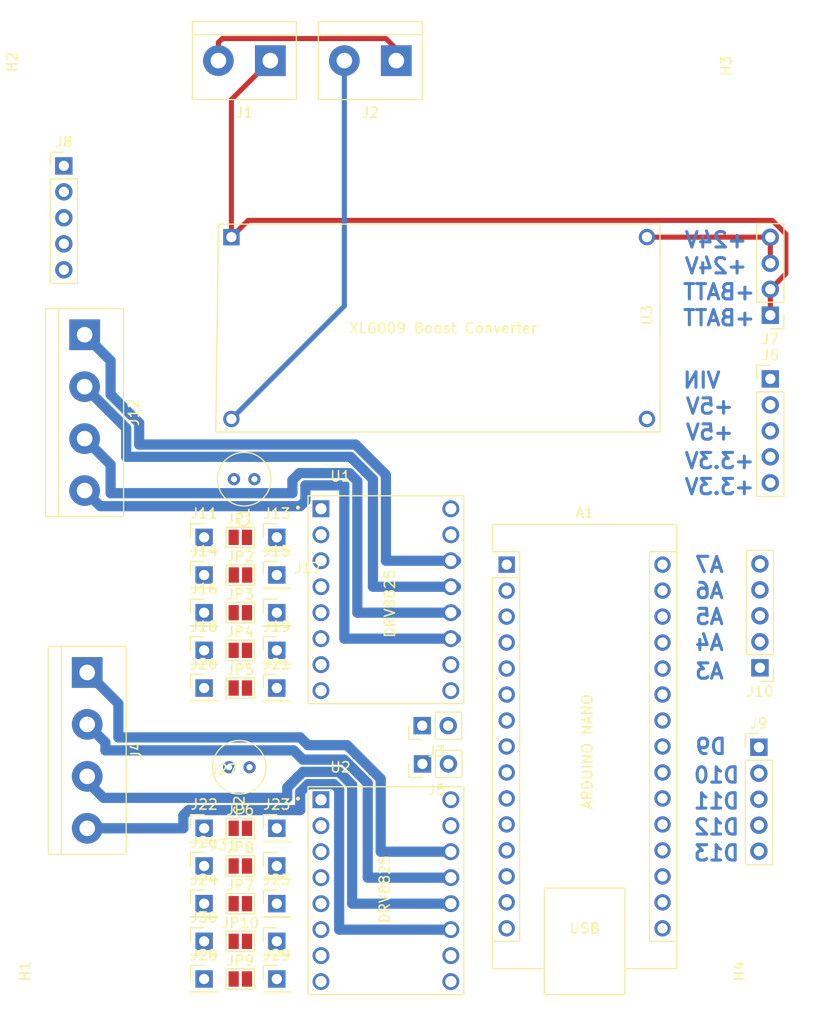
<source format=kicad_pcb>
(kicad_pcb (version 20221018) (generator pcbnew)
  (layers (0 "F.Cu" signal) (31 "B.Cu" signal) (34 "B.Paste" user) (35 "F.Paste" user) (36 "B.SilkS" user "B.Silkscreen") (37 "F.SilkS" user "F.Silkscreen") (38 "B.Mask" user) (39 "F.Mask" user) (44 "Edge.Cuts" user))
  (net 0 "")
  (net 1 "D1")
  (net 2 "D0")
  (net 4 "GND")
  (net 5 "D2")
  (net 6 "D3")
  (net 7 "D4")
  (net 8 "D5")
  (net 9 "D6")
  (net 10 "D7")
  (net 11 "D8")
  (net 12 "D9")
  (net 13 "D10")
  (net 14 "D11")
  (net 15 "D12")
  (net 16 "D13")
  (net 17 "+3.3V")
  (net 19 "A0")
  (net 20 "A1")
  (net 21 "A2")
  (net 22 "A3")
  (net 23 "A4")
  (net 24 "A5")
  (net 25 "A6")
  (net 26 "A7")
  (net 27 "+5V")
  (net 29 "VIN")
  (net 30 "+24V")
  (net 31 "GND2")
  (net 32 "+BATT")
  (net 33 "Net-(J1-Pin_2)")
  (net 34 "AX1_EN")
  (net 35 "AX1_FLT")
  (net 36 "AX2_B2")
  (net 37 "AX2_B1")
  (net 38 "AX2_A2")
  (net 39 "AX2_A1")
  (net 40 "AX2_EN")
  (net 41 "AX2_FLT")
  (net 42 "AX1_B2")
  (net 43 "AX1_B1")
  (net 44 "AX1_A2")
  (net 45 "AX1_A1")
  (net 46 "AX1_M0")
  (net 47 "AX1_M1")
  (net 48 "AX1_M2")
  (net 49 "AX1_STEP")
  (net 50 "AX1_DIR")
  (net 51 "AX2_M0")
  (net 52 "AX2_M2")
  (net 53 "AX2_M1")
  (net 54 "AX2_DIR")
  (net 55 "AX2_STEP")
  (footprint "TerminalBlock:TerminalBlock_bornier-2_P5.08mm" (layer "F.Cu") (at 111.252 30.353 180)
    (fp_text reference "J2" (at 2.54 -5.08) (layer "F.SilkS"))
    (fp_text value "Screw_Terminal_01x02")
    (pad "1" thru_hole rect (at 0 0 180) (size 3 3) (drill 1.52) (layers "*.Cu" "*.Mask") (net 33 "Net-(J1-Pin_2)"))
    (pad "2" thru_hole circle (at 5.08 0 180) (size 3 3) (drill 1.52) (layers "*.Cu" "*.Mask") (net 31 "GND2"))
  )
  (footprint "Connector_PinHeader_2.54mm:PinHeader_1x01_P2.54mm_Vertical" (layer "F.Cu") (at 92.456 109.093)
    (fp_text reference "J26" (at 0 -2.33) (layer "F.SilkS"))
    (fp_text value "Conn_01x01_Socket")
    (pad "1" thru_hole rect (at 0 0) (size 1.7 1.7) (drill 1) (layers "*.Cu" "*.Mask") (net 20 "A1"))
  )
  (footprint "Connector_PinHeader_2.54mm:PinHeader_1x05_P2.54mm_Vertical" (layer "F.Cu") (at 147.828 61.468)
    (fp_text reference "J6" (at 0 -2.33) (layer "F.SilkS"))
    (fp_text value "Conn_01x05_Pin")
    (pad "1" thru_hole rect (at 0 0) (size 1.7 1.7) (drill 1) (layers "*.Cu" "*.Mask") (net 29 "VIN"))
    (pad "2" thru_hole oval (at 0 2.54) (size 1.7 1.7) (drill 1) (layers "*.Cu" "*.Mask") (net 27 "+5V"))
    (pad "3" thru_hole oval (at 0 5.08) (size 1.7 1.7) (drill 1) (layers "*.Cu" "*.Mask") (net 27 "+5V"))
    (pad "4" thru_hole oval (at 0 7.62) (size 1.7 1.7) (drill 1) (layers "*.Cu" "*.Mask") (net 17 "+3.3V"))
    (pad "5" thru_hole oval (at 0 10.16) (size 1.7 1.7) (drill 1) (layers "*.Cu" "*.Mask") (net 17 "+3.3V"))
  )
  (footprint "MountingHole:MountingHole_3.2mm_M3_DIN965" (layer "F.Cu") (at 148.59 119.38 90)
    (fp_text reference "H4" (at 0 -3.8 90) (layer "F.SilkS"))
    (fp_text value "MountingHole")
    (pad "" np_thru_hole circle (at 0 0 90) (size 3.2 3.2) (drill 3.2) (layers "*.Cu" "*.Mask"))
  )
  (footprint "Connector_PinHeader_2.54mm:PinHeader_1x01_P2.54mm_Vertical" (layer "F.Cu") (at 99.568 116.459)
    (fp_text reference "J31" (at -5.195 -9.417) (layer "F.SilkS"))
    (fp_text value "Conn_01x01_Socket")
    (pad "1" thru_hole rect (at 0 0) (size 1.7 1.7) (drill 1) (layers "*.Cu" "*.Mask") (net 55 "AX2_STEP"))
  )
  (footprint "Capacitor_THT:C_Radial_D5.0mm_H5.0mm_P2.00mm" (layer "F.Cu") (at 97.377 71.2724 180)
    (fp_text reference "C1" (at 1 -3.75 90) (layer "F.SilkS"))
    (fp_text value "100uF")
    (pad "1" thru_hole circle (at 0 0 180) (size 1.2 1.2) (drill 0.6) (layers "*.Cu" "*.Mask") (net 30 "+24V"))
    (pad "2" thru_hole circle (at 2 0 180) (size 1.2 1.2) (drill 0.6) (layers "*.Cu" "*.Mask") (net 31 "GND2"))
  )
  (footprint "Jumper:SolderJumper-2_P1.3mm_Open_Pad1.0x1.5mm" (layer "F.Cu") (at 95.997 76.962)
    (fp_text reference "JP1" (at 0 -1.8) (layer "F.SilkS"))
    (fp_text value "SolderJumper_2_Open")
    (pad "1" smd rect (at -0.65 0) (size 1 1.5) (layers "F.Cu" "F.Mask") (net 19 "A0"))
    (pad "2" smd rect (at 0.65 0) (size 1 1.5) (layers "F.Cu" "F.Mask") (net 46 "AX1_M0"))
  )
  (footprint "Connector_PinHeader_2.54mm:PinHeader_1x01_P2.54mm_Vertical" (layer "F.Cu") (at 92.456 116.459)
    (fp_text reference "J30" (at 0 -2.33) (layer "F.SilkS"))
    (fp_text value "Conn_01x01_Socket")
    (pad "1" thru_hole rect (at 0 0) (size 1.7 1.7) (drill 1) (layers "*.Cu" "*.Mask") (net 8 "D5"))
  )
  (footprint "Jumper:SolderJumper-2_P1.3mm_Open_Pad1.0x1.5mm" (layer "F.Cu") (at 95.997 120.142)
    (fp_text reference "JP9" (at 0 -1.8) (layer "F.SilkS"))
    (fp_text value "SolderJumper_2_Open")
    (pad "1" smd rect (at -0.65 0) (size 1 1.5) (layers "F.Cu" "F.Mask") (net 7 "D4"))
    (pad "2" smd rect (at 0.65 0) (size 1 1.5) (layers "F.Cu" "F.Mask") (net 54 "AX2_DIR"))
  )
  (footprint "Connector_PinHeader_2.54mm:PinHeader_1x05_P2.54mm_Vertical" (layer "F.Cu") (at 78.74 40.64)
    (fp_text reference "J8" (at 0 -2.33) (layer "F.SilkS"))
    (fp_text value "Conn_01x05_Pin")
    (pad "1" thru_hole rect (at 0 0) (size 1.7 1.7) (drill 1) (layers "*.Cu" "*.Mask") (net 1 "D1"))
    (pad "2" thru_hole oval (at 0 2.54) (size 1.7 1.7) (drill 1) (layers "*.Cu" "*.Mask") (net 2 "D0"))
    (pad "3" thru_hole oval (at 0 5.08) (size 1.7 1.7) (drill 1) (layers "*.Cu" "*.Mask") (net 9 "D6"))
    (pad "4" thru_hole oval (at 0 7.62) (size 1.7 1.7) (drill 1) (layers "*.Cu" "*.Mask") (net 10 "D7"))
    (pad "5" thru_hole oval (at 0 10.16) (size 1.7 1.7) (drill 1) (layers "*.Cu" "*.Mask") (net 11 "D8"))
  )
  (footprint "Capacitor_THT:C_Radial_D5.0mm_H5.0mm_P2.00mm" (layer "F.Cu") (at 96.901 99.441 180)
    (fp_text reference "C2" (at 1 -3.75 90) (layer "F.SilkS"))
    (fp_text value "100uF")
    (pad "1" thru_hole circle (at 0 0 180) (size 1.2 1.2) (drill 0.6) (layers "*.Cu" "*.Mask") (net 32 "+BATT"))
    (pad "2" thru_hole circle (at 2 0 180) (size 1.2 1.2) (drill 0.6) (layers "*.Cu" "*.Mask") (net 31 "GND2"))
  )
  (footprint "Connector_PinHeader_2.54mm:PinHeader_1x01_P2.54mm_Vertical" (layer "F.Cu") (at 92.456 88.011)
    (fp_text reference "J18" (at 0 -2.33) (layer "F.SilkS"))
    (fp_text value "Conn_01x01_Socket")
    (pad "1" thru_hole rect (at 0 0) (size 1.7 1.7) (drill 1) (layers "*.Cu" "*.Mask") (net 6 "D3"))
  )
  (footprint "Connector_PinHeader_2.54mm:PinHeader_1x01_P2.54mm_Vertical" (layer "F.Cu") (at 99.568 112.776)
    (fp_text reference "J25" (at 0 -2.33) (layer "F.SilkS"))
    (fp_text value "Conn_01x01_Socket")
    (pad "1" thru_hole rect (at 0 0) (size 1.7 1.7) (drill 1) (layers "*.Cu" "*.Mask") (net 52 "AX2_M2"))
  )
  (footprint "Connector_PinHeader_2.54mm:PinHeader_1x01_P2.54mm_Vertical" (layer "F.Cu") (at 99.568 91.694)
    (fp_text reference "J21" (at 0 -2.33) (layer "F.SilkS"))
    (fp_text value "Conn_01x01_Socket")
    (pad "1" thru_hole rect (at 0 0) (size 1.7 1.7) (drill 1) (layers "*.Cu" "*.Mask") (net 50 "AX1_DIR"))
  )
  (footprint "Connector_PinHeader_2.54mm:PinHeader_1x01_P2.54mm_Vertical" (layer "F.Cu") (at 92.456 105.41)
    (fp_text reference "J22" (at 0 -2.33) (layer "F.SilkS"))
    (fp_text value "Conn_01x01_Socket")
    (pad "1" thru_hole rect (at 0 0) (size 1.7 1.7) (drill 1) (layers "*.Cu" "*.Mask") (net 19 "A0"))
  )
  (footprint "Jumper:SolderJumper-2_P1.3mm_Open_Pad1.0x1.5mm" (layer "F.Cu") (at 95.997 91.694)
    (fp_text reference "JP5" (at 0 -1.8) (layer "F.SilkS"))
    (fp_text value "SolderJumper_2_Open")
    (pad "1" smd rect (at -0.65 0) (size 1 1.5) (layers "F.Cu" "F.Mask") (net 5 "D2"))
    (pad "2" smd rect (at 0.65 0) (size 1 1.5) (layers "F.Cu" "F.Mask") (net 50 "AX1_DIR"))
  )
  (footprint "Connector_PinHeader_2.54mm:PinHeader_1x01_P2.54mm_Vertical" (layer "F.Cu") (at 99.568 76.962)
    (fp_text reference "J13" (at 0 -2.33) (layer "F.SilkS"))
    (fp_text value "Conn_01x01_Socket")
    (pad "1" thru_hole rect (at 0 0) (size 1.7 1.7) (drill 1) (layers "*.Cu" "*.Mask") (net 46 "AX1_M0"))
  )
  (footprint "Connector_PinHeader_2.54mm:PinHeader_1x01_P2.54mm_Vertical" (layer "F.Cu") (at 92.456 91.694)
    (fp_text reference "J20" (at 0 -2.33) (layer "F.SilkS"))
    (fp_text value "Conn_01x01_Socket")
    (pad "1" thru_hole rect (at 0 0) (size 1.7 1.7) (drill 1) (layers "*.Cu" "*.Mask") (net 5 "D2"))
  )
  (footprint "TerminalBlock:TerminalBlock_bornier-4_P5.08mm" (layer "F.Cu") (at 81.026 90.17 -90)
    (fp_text reference "J4" (at 7.6 -4.8 90) (layer "F.SilkS"))
    (fp_text value "Screw_Terminal_01x04")
    (pad "1" thru_hole rect (at 0 0 270) (size 3 3) (drill 1.52) (layers "*.Cu" "*.Mask") (net 36 "AX2_B2"))
    (pad "2" thru_hole circle (at 5.08 0 270) (size 3 3) (drill 1.52) (layers "*.Cu" "*.Mask") (net 37 "AX2_B1"))
    (pad "3" thru_hole circle (at 10.16 0 270) (size 3 3) (drill 1.52) (layers "*.Cu" "*.Mask") (net 39 "AX2_A1"))
    (pad "4" thru_hole circle (at 15.24 0 270) (size 3 3) (drill 1.52) (layers "*.Cu" "*.Mask") (net 38 "AX2_A2"))
  )
  (footprint "Connector_PinHeader_2.54mm:PinHeader_1x01_P2.54mm_Vertical" (layer "F.Cu") (at 99.568 88.011)
    (fp_text reference "J19" (at 0 -2.33) (layer "F.SilkS"))
    (fp_text value "Conn_01x01_Socket")
    (pad "1" thru_hole rect (at 0 0) (size 1.7 1.7) (drill 1) (layers "*.Cu" "*.Mask") (net 49 "AX1_STEP"))
  )
  (footprint "Jumper:SolderJumper-2_P1.3mm_Open_Pad1.0x1.5mm" (layer "F.Cu") (at 95.997 112.776)
    (fp_text reference "JP7" (at 0 -1.8) (layer "F.SilkS"))
    (fp_text value "SolderJumper_2_Open")
    (pad "1" smd rect (at -0.65 0) (size 1 1.5) (layers "F.Cu" "F.Mask") (net 21 "A2"))
    (pad "2" smd rect (at 0.65 0) (size 1 1.5) (layers "F.Cu" "F.Mask") (net 52 "AX2_M2"))
  )
  (footprint "Jumper:SolderJumper-2_P1.3mm_Open_Pad1.0x1.5mm" (layer "F.Cu") (at 95.997 84.328)
    (fp_text reference "JP3" (at 0 -1.8) (layer "F.SilkS"))
    (fp_text value "SolderJumper_2_Open")
    (pad "1" smd rect (at -0.65 0) (size 1 1.5) (layers "F.Cu" "F.Mask") (net 21 "A2"))
    (pad "2" smd rect (at 0.65 0) (size 1 1.5) (layers "F.Cu" "F.Mask") (net 48 "AX1_M2"))
  )
  (footprint "Connector_PinHeader_2.54mm:PinHeader_1x01_P2.54mm_Vertical" (layer "F.Cu") (at 92.456 76.962)
    (fp_text reference "J11" (at 0 -2.33) (layer "F.SilkS"))
    (fp_text value "Conn_01x01_Socket")
    (pad "1" thru_hole rect (at 0 0) (size 1.7 1.7) (drill 1) (layers "*.Cu" "*.Mask") (net 19 "A0"))
  )
  (footprint "Connector_PinHeader_2.54mm:PinHeader_1x02_P2.54mm_Vertical" (layer "F.Cu") (at 113.8074 99.1108 90)
    (fp_text reference "J5" (at -2.54 1.397 180) (layer "F.SilkS"))
    (fp_text value "Conn_01x02_Pin")
    (pad "1" thru_hole rect (at 0 0 90) (size 1.7 1.7) (drill 1) (layers "*.Cu" "*.Mask") (net 40 "AX2_EN"))
    (pad "2" thru_hole oval (at 0 2.54 90) (size 1.7 1.7) (drill 1) (layers "*.Cu" "*.Mask") (net 41 "AX2_FLT"))
  )
  (footprint "MountingHole:MountingHole_3.2mm_M3_DIN965" (layer "F.Cu") (at 78.74 119.38 90)
    (fp_text reference "H1" (at 0 -3.8 90) (layer "F.SilkS"))
    (fp_text value "MountingHole")
    (pad "" np_thru_hole circle (at 0 0 90) (size 3.2 3.2) (drill 3.2) (layers "*.Cu" "*.Mask"))
  )
  (footprint "MountingHole:MountingHole_3.2mm_M3_DIN965" (layer "F.Cu") (at 77.47 30.48 90)
    (fp_text reference "H2" (at 0 -3.8 90) (layer "F.SilkS"))
    (fp_text value "MountingHole" hide)
    (pad "" np_thru_hole circle (at 0 0 90) (size 3.2 3.2) (drill 3.2) (layers "*.Cu" "*.Mask"))
  )
  (footprint "Connector_PinHeader_2.54mm:PinHeader_1x01_P2.54mm_Vertical" (layer "F.Cu") (at 92.456 84.328)
    (fp_text reference "J16" (at 0 -2.33) (layer "F.SilkS"))
    (fp_text value "Conn_01x01_Socket")
    (pad "1" thru_hole rect (at 0 0) (size 1.7 1.7) (drill 1) (layers "*.Cu" "*.Mask") (net 21 "A2"))
  )
  (footprint "MountingHole:MountingHole_3.2mm_M3_DIN965" (layer "F.Cu") (at 147.32 30.861 90)
    (fp_text reference "H3" (at 0 -3.8 90) (layer "F.SilkS"))
    (fp_text value "MountingHole")
    (pad "" np_thru_hole circle (at 0 0 90) (size 3.2 3.2) (drill 3.2) (layers "*.Cu" "*.Mask"))
  )
  (footprint "Footprints:IC_DRV8825_STEPPER_MOTOR_DRIVER_CARRIER" (layer "F.Cu") (at 110.236 111.506)
    (fp_text reference "U2" (at -4.445 -12.065) (layer "F.SilkS"))
    (fp_text value "DRV8825_STEPPER_MOTOR_DRIVER_CARRIER")
    (pad "1" thru_hole rect (at -6.35 -8.89) (size 1.65 1.65) (drill 1.1) (layers "*.Cu" "*.Mask") (net 40 "AX2_EN"))
    (pad "2" thru_hole circle (at -6.35 -6.35) (size 1.65 1.65) (drill 1.1) (layers "*.Cu" "*.Mask") (net 51 "AX2_M0"))
    (pad "3" thru_hole circle (at -6.35 -3.81) (size 1.65 1.65) (drill 1.1) (layers "*.Cu" "*.Mask") (net 53 "AX2_M1"))
    (pad "4" thru_hole circle (at -6.35 -1.27) (size 1.65 1.65) (drill 1.1) (layers "*.Cu" "*.Mask") (net 52 "AX2_M2"))
    (pad "5" thru_hole circle (at -6.35 1.27) (size 1.65 1.65) (drill 1.1) (layers "*.Cu" "*.Mask") (net 27 "+5V"))
    (pad "6" thru_hole circle (at -6.35 3.81) (size 1.65 1.65) (drill 1.1) (layers "*.Cu" "*.Mask") (net 27 "+5V"))
    (pad "7" thru_hole circle (at -6.35 6.35) (size 1.65 1.65) (drill 1.1) (layers "*.Cu" "*.Mask") (net 55 "AX2_STEP"))
    (pad "8" thru_hole circle (at -6.35 8.89) (size 1.65 1.65) (drill 1.1) (layers "*.Cu" "*.Mask") (net 54 "AX2_DIR"))
    (pad "9" thru_hole circle (at 6.35 8.89) (size 1.65 1.65) (drill 1.1) (layers "*.Cu" "*.Mask") (net 4 "GND"))
    (pad "10" thru_hole circle (at 6.35 6.35) (size 1.65 1.65) (drill 1.1) (layers "*.Cu" "*.Mask") (net 41 "AX2_FLT"))
    (pad "11" thru_hole circle (at 6.35 3.81) (size 1.65 1.65) (drill 1.1) (layers "*.Cu" "*.Mask") (net 38 "AX2_A2"))
    (pad "12" thru_hole circle (at 6.35 1.27) (size 1.65 1.65) (drill 1.1) (layers "*.Cu" "*.Mask") (net 39 "AX2_A1"))
    (pad "13" thru_hole circle (at 6.35 -1.27) (size 1.65 1.65) (drill 1.1) (layers "*.Cu" "*.Mask") (net 37 "AX2_B1"))
    (pad "14" thru_hole circle (at 6.35 -3.81) (size 1.65 1.65) (drill 1.1) (layers "*.Cu" "*.Mask") (net 36 "AX2_B2"))
    (pad "15" thru_hole circle (at 6.35 -6.35) (size 1.65 1.65) (drill 1.1) (layers "*.Cu" "*.Mask") (net 31 "GND2"))
    (pad "16" thru_hole circle (at 6.35 -8.89) (size 1.65 1.65) (drill 1.1) (layers "*.Cu" "*.Mask") (net 32 "+BATT"))
  )
  (footprint "Jumper:SolderJumper-2_P1.3mm_Open_Pad1.0x1.5mm" (layer "F.Cu") (at 95.997 109.093)
    (fp_text reference "JP8" (at 0 -1.8) (layer "F.SilkS"))
    (fp_text value "SolderJumper_2_Open")
    (pad "1" smd rect (at -0.65 0) (size 1 1.5) (layers "F.Cu" "F.Mask") (net 20 "A1"))
    (pad "2" smd rect (at 0.65 0) (size 1 1.5) (layers "F.Cu" "F.Mask") (net 53 "AX2_M1"))
  )
  (footprint "Connector_PinHeader_2.54mm:PinHeader_1x05_P2.54mm_Vertical" (layer "F.Cu") (at 146.812 89.7128 180)
    (fp_text reference "J10" (at 0 -2.33) (layer "F.SilkS"))
    (fp_text value "Conn_01x05_Pin")
    (pad "1" thru_hole rect (at 0 0 180) (size 1.7 1.7) (drill 1) (layers "*.Cu" "*.Mask") (net 22 "A3"))
    (pad "2" thru_hole oval (at 0 2.54 180) (size 1.7 1.7) (drill 1) (layers "*.Cu" "*.Mask") (net 23 "A4"))
    (pad "3" thru_hole oval (at 0 5.08 180) (size 1.7 1.7) (drill 1) (layers "*.Cu" "*.Mask") (net 24 "A5"))
    (pad "4" thru_hole oval (at 0 7.62 180) (size 1.7 1.7) (drill 1) (layers "*.Cu" "*.Mask") (net 25 "A6"))
    (pad "5" thru_hole oval (at 0 10.16 180) (size 1.7 1.7) (drill 1) (layers "*.Cu" "*.Mask") (net 26 "A7"))
  )
  (footprint "Footprints:XL6009 Boost Converter" (layer "F.Cu") (at 130.686 47.6105 -90)
    (fp_text reference "U3" (at 7.62 -5.08 90) (layer "F.SilkS"))
    (fp_text value "XL6009 Boost Converter")
    (fp_text user "XL6009 Boost Converter" (at 8.89 14.862 unlocked) (layer "F.SilkS"))
    (pad "1" thru_hole rect (at 0 35.56 270) (size 1.6 1.6) (drill 1) (layers "*.Cu" "*.Mask") (net 32 "+BATT"))
    (pad "2" thru_hole oval (at 17.78 -5.08 270) (size 1.6 1.6) (drill 1) (layers "*.Cu" "*.Mask") (net 31 "GND2"))
    (pad "2" thru_hole oval (at 17.78 35.56 270) (size 1.6 1.6) (drill 1) (layers "*.Cu" "*.Mask") (net 31 "GND2"))
    (pad "3" thru_hole circle (at 0 -5.08 270) (size 1.6 1.6) (drill 1) (layers "*.Cu" "*.Mask" "Dwgs.User") (net 30 "+24V"))
  )
  (footprint "Connector_PinHeader_2.54mm:PinHeader_1x05_P2.54mm_Vertical" (layer "F.Cu") (at 146.7104 97.4852)
    (fp_text reference "J9" (at 0 -2.33) (layer "F.SilkS"))
    (fp_text value "Conn_01x05_Pin")
    (pad "1" thru_hole rect (at 0 0) (size 1.7 1.7) (drill 1) (layers "*.Cu" "*.Mask") (net 12 "D9"))
    (pad "2" thru_hole oval (at 0 2.54) (size 1.7 1.7) (drill 1) (layers "*.Cu" "*.Mask") (net 13 "D10"))
    (pad "3" thru_hole oval (at 0 5.08) (size 1.7 1.7) (drill 1) (layers "*.Cu" "*.Mask") (net 14 "D11"))
    (pad "4" thru_hole oval (at 0 7.62) (size 1.7 1.7) (drill 1) (layers "*.Cu" "*.Mask") (net 15 "D12"))
    (pad "5" thru_hole oval (at 0 10.16) (size 1.7 1.7) (drill 1) (layers "*.Cu" "*.Mask") (net 16 "D13"))
  )
  (footprint "TerminalBlock:TerminalBlock_bornier-2_P5.08mm" (layer "F.Cu") (at 98.933 30.353 180)
    (fp_text reference "J1" (at 2.54 -5.08) (layer "F.SilkS"))
    (fp_text value "Screw_Terminal_01x02")
    (pad "1" thru_hole rect (at 0 0 180) (size 3 3) (drill 1.52) (layers "*.Cu" "*.Mask") (net 32 "+BATT"))
    (pad "2" thru_hole circle (at 5.08 0 180) (size 3 3) (drill 1.52) (layers "*.Cu" "*.Mask") (net 33 "Net-(J1-Pin_2)"))
  )
  (footprint "Jumper:SolderJumper-2_P1.3mm_Open_Pad1.0x1.5mm" (layer "F.Cu") (at 96.012 80.645)
    (fp_text reference "JP2" (at 0 -1.8) (layer "F.SilkS"))
    (fp_text value "SolderJumper_2_Open")
    (pad "1" smd rect (at -0.65 0) (size 1 1.5) (layers "F.Cu" "F.Mask") (net 20 "A1"))
    (pad "2" smd rect (at 0.65 0) (size 1 1.5) (layers "F.Cu" "F.Mask") (net 47 "AX1_M1"))
  )
  (footprint "Jumper:SolderJumper-2_P1.3mm_Open_Pad1.0x1.5mm" (layer "F.Cu") (at 95.997 105.41)
    (fp_text reference "JP6" (at 0 -1.8) (layer "F.SilkS"))
    (fp_text value "SolderJumper_2_Open")
    (pad "1" smd rect (at -0.65 0) (size 1 1.5) (layers "F.Cu" "F.Mask") (net 19 "A0"))
    (pad "2" smd rect (at 0.65 0) (size 1 1.5) (layers "F.Cu" "F.Mask") (net 51 "AX2_M0"))
  )
  (footprint "Jumper:SolderJumper-2_P1.3mm_Open_Pad1.0x1.5mm" (layer "F.Cu") (at 95.997 88.011)
    (fp_text reference "JP4" (at 0 -1.8) (layer "F.SilkS"))
    (fp_text value "SolderJumper_2_Open")
    (pad "1" smd rect (at -0.65 0) (size 1 1.5) (layers "F.Cu" "F.Mask") (net 6 "D3"))
    (pad "2" smd rect (at 0.65 0) (size 1 1.5) (layers "F.Cu" "F.Mask") (net 49 "AX1_STEP"))
  )
  (footprint "Connector_PinHeader_2.54mm:PinHeader_1x04_P2.54mm_Vertical" (layer "F.Cu") (at 147.828 55.245 180)
    (fp_text reference "J7" (at 0 -2.33) (layer "F.SilkS"))
    (fp_text value "Conn_01x04_Pin")
    (pad "1" thru_hole rect (at 0 0 180) (size 1.7 1.7) (drill 1) (layers "*.Cu" "*.Mask") (net 32 "+BATT"))
    (pad "2" thru_hole oval (at 0 2.54 180) (size 1.7 1.7) (drill 1) (layers "*.Cu" "*.Mask") (net 32 "+BATT"))
    (pad "3" thru_hole oval (at 0 5.08 180) (size 1.7 1.7) (drill 1) (layers "*.Cu" "*.Mask") (net 30 "+24V"))
    (pad "4" thru_hole oval (at 0 7.62 180) (size 1.7 1.7) (drill 1) (layers "*.Cu" "*.Mask") (net 30 "+24V"))
  )
  (footprint "Connector_PinHeader_2.54mm:PinHeader_1x01_P2.54mm_Vertical" (layer "F.Cu") (at 99.568 84.328)
    (fp_text reference "J17" (at 3.048 -4.362) (layer "F.SilkS"))
    (fp_text value "Conn_01x01_Socket")
    (pad "1" thru_hole rect (at 0 0) (size 1.7 1.7) (drill 1) (layers "*.Cu" "*.Mask") (net 48 "AX1_M2"))
  )
  (footprint "Connector_PinHeader_2.54mm:PinHeader_1x01_P2.54mm_Vertical" (layer "F.Cu") (at 92.456 80.645)
    (fp_text reference "J14" (at 0 -2.33) (layer "F.SilkS"))
    (fp_text value "Conn_01x01_Socket")
    (pad "1" thru_hole rect (at 0 0) (size 1.7 1.7) (drill 1) (layers "*.Cu" "*.Mask") (net 20 "A1"))
  )
  (footprint "Module:Arduino_Nano" (layer "F.Cu") (at 122.047 79.629)
    (fp_text reference "A1" (at 7.62 -5.08) (layer "F.SilkS"))
    (fp_text value "Arduino_Nano_v3.x")
    (fp_text user "USB" (at 7.62 35.56 unlocked) (layer "F.SilkS"))
    (pad "1" thru_hole rect (at 0 0) (size 1.6 1.6) (drill 1) (layers "*.Cu" "*.Mask") (net 1 "D1"))
    (pad "2" thru_hole oval (at 0 2.54) (size 1.6 1.6) (drill 1) (layers "*.Cu" "*.Mask") (net 2 "D0"))
    (pad "3" thru_hole oval (at 0 5.08) (size 1.6 1.6) (drill 1) (layers "*.Cu" "*.Mask"))
    (pad "4" thru_hole oval (at 0 7.62) (size 1.6 1.6) (drill 1) (layers "*.Cu" "*.Mask") (net 4 "GND"))
    (pad "5" thru_hole oval (at 0 10.16) (size 1.6 1.6) (drill 1) (layers "*.Cu" "*.Mask") (net 5 "D2"))
    (pad "6" thru_hole oval (at 0 12.7) (size 1.6 1.6) (drill 1) (layers "*.Cu" "*.Mask") (net 6 "D3"))
    (pad "7" thru_hole oval (at 0 15.24) (size 1.6 1.6) (drill 1) (layers "*.Cu" "*.Mask") (net 7 "D4"))
    (pad "8" thru_hole oval (at 0 17.78) (size 1.6 1.6) (drill 1) (layers "*.Cu" "*.Mask") (net 8 "D5"))
    (pad "9" thru_hole oval (at 0 20.32) (size 1.6 1.6) (drill 1) (layers "*.Cu" "*.Mask") (net 9 "D6"))
    (pad "10" thru_hole oval (at 0 22.86) (size 1.6 1.6) (drill 1) (layers "*.Cu" "*.Mask") (net 10 "D7"))
    (pad "11" thru_hole oval (at 0 25.4) (size 1.6 1.6) (drill 1) (layers "*.Cu" "*.Mask") (net 11 "D8"))
    (pad "12" thru_hole oval (at 0 27.94) (size 1.6 1.6) (drill 1) (layers "*.Cu" "*.Mask") (net 12 "D9"))
    (pad "13" thru_hole oval (at 0 30.48) (size 1.6 1.6) (drill 1) (layers "*.Cu" "*.Mask") (net 13 "D10"))
    (pad "14" thru_hole oval (at 0 33.02) (size 1.6 1.6) (drill 1) (layers "*.Cu" "*.Mask") (net 14 "D11"))
    (pad "15" thru_hole oval (at 0 35.56) (size 1.6 1.6) (drill 1) (layers "*.Cu" "*.Mask") (net 15 "D12"))
    (pad "16" thru_hole oval (at 15.24 35.56) (size 1.6 1.6) (drill 1) (layers "*.Cu" "*.Mask") (net 16 "D13"))
    (pad "17" thru_hole oval (at 15.24 33.02) (size 1.6 1.6) (drill 1) (layers "*.Cu" "*.Mask") (net 17 "+3.3V"))
    (pad "18" thru_hole oval (at 15.24 30.48) (size 1.6 1.6) (drill 1) (layers "*.Cu" "*.Mask"))
    (pad "19" thru_hole oval (at 15.24 27.94) (size 1.6 1.6) (drill 1) (layers "*.Cu" "*.Mask") (net 19 "A0"))
    (pad "20" thru_hole oval (at 15.24 25.4) (size 1.6 1.6) (drill 1) (layers "*.Cu" "*.Mask") (net 20 "A1"))
    (pad "21" thru_hole oval (at 15.24 22.86) (size 1.6 1.6) (drill 1) (layers "*.Cu" "*.Mask") (net 21 "A2"))
    (pad "22" thru_hole oval (at 15.24 20.32) (size 1.6 1.6) (drill 1) (layers "*.Cu" "*.Mask") (net 22 "A3"))
    (pad "23" thru_hole oval (at 15.24 17.78) (size 1.6 1.6) (drill 1) (layers "*.Cu" "*.Mask") (net 23 "A4"))
    (pad "24" thru_hole oval (at 15.24 15.24) (size 1.6 1.6) (drill 1) (layers "*.Cu" "*.Mask") (net 24 "A5"))
    (pad "25" thru_hole oval (at 15.24 12.7) (size 1.6 1.6) (drill 1) (layers "*.Cu" "*.Mask") (net 25 "A6"))
    (pad "26" thru_hole oval (at 15.24 10.16) (size 1.6 1.6) (drill 1) (layers "*.Cu" "*.Mask") (net 26 "A7"))
    (pad "27" thru_hole oval (at 15.24 7.62) (size 1.6 1.6) (drill 1) (layers "*.Cu" "*.Mask") (net 27 "+5V"))
    (pad "28" thru_hole oval (at 15.24 5.08) (size 1.6 1.6) (drill 1) (layers "*.Cu" "*.Mask"))
    (pad "29" thru_hole oval (at 15.24 2.54) (size 1.6 1.6) (drill 1) (layers "*.Cu" "*.Mask") (net 4 "GND"))
    (pad "30" thru_hole oval (at 15.24 0) (size 1.6 1.6) (drill 1) (layers "*.Cu" "*.Mask") (net 29 "VIN"))
  )
  (footprint "Connector_PinHeader_2.54mm:PinHeader_1x01_P2.54mm_Vertical" (layer "F.Cu") (at 92.456 120.142)
    (fp_text reference "J28" (at 0 -2.33) (layer "F.SilkS"))
    (fp_text value "Conn_01x01_Socket")
    (pad "1" thru_hole rect (at 0 0) (size 1.7 1.7) (drill 1) (layers "*.Cu" "*.Mask") (net 7 "D4"))
  )
  (footprint "Connector_PinHeader_2.54mm:PinHeader_1x02_P2.54mm_Vertical" (layer "F.Cu") (at 113.787 95.377 90)
    (fp_text reference "J3" (at -2.54 1.397 180) (layer "F.SilkS"))
    (fp_text value "Conn_01x02_Pin")
    (pad "1" thru_hole rect (at 0 0 90) (size 1.7 1.7) (drill 1) (layers "*.Cu" "*.Mask") (net 34 "AX1_EN"))
    (pad "2" thru_hole oval (at 0 2.54 90) (size 1.7 1.7) (drill 1) (layers "*.Cu" "*.Mask") (net 35 "AX1_FLT"))
  )
  (footprint "Connector_PinHeader_2.54mm:PinHeader_1x01_P2.54mm_Vertical" (layer "F.Cu") (at 99.568 109.093)
    (fp_text reference "J27" (at -5.195 -9.417) (layer "F.SilkS"))
    (fp_text value "Conn_01x01_Socket")
    (pad "1" thru_hole rect (at 0 0) (size 1.7 1.7) (drill 1) (layers "*.Cu" "*.Mask") (net 53 "AX2_M1"))
  )
  (footprint "Jumper:SolderJumper-2_P1.3mm_Open_Pad1.0x1.5mm" (layer "F.Cu") (at 95.997 116.459)
    (fp_text reference "JP10" (at 0 -1.8) (layer "F.SilkS"))
    (fp_text value "SolderJumper_2_Open")
    (pad "1" smd rect (at -0.65 0) (size 1 1.5) (layers "F.Cu" "F.Mask") (net 8 "D5"))
    (pad "2" smd rect (at 0.65 0) (size 1 1.5) (layers "F.Cu" "F.Mask") (net 55 "AX2_STEP"))
  )
  (footprint "TerminalBlock:TerminalBlock_bornier-4_P5.08mm" (layer "F.Cu") (at 80.772 57.15 -90)
    (fp_text reference "J12" (at 7.6 -4.8 90) (layer "F.SilkS"))
    (fp_text value "Screw_Terminal_01x04")
    (pad "1" thru_hole rect (at 0 0 270) (size 3 3) (drill 1.52) (layers "*.Cu" "*.Mask") (net 42 "AX1_B2"))
    (pad "2" thru_hole circle (at 5.08 0 270) (size 3 3) (drill 1.52) (layers "*.Cu" "*.Mask") (net 43 "AX1_B1"))
    (pad "3" thru_hole circle (at 10.16 0 270) (size 3 3) (drill 1.52) (layers "*.Cu" "*.Mask") (net 45 "AX1_A1"))
    (pad "4" thru_hole circle (at 15.24 0 270) (size 3 3) (drill 1.52) (layers "*.Cu" "*.Mask") (net 44 "AX1_A2"))
  )
  (footprint "Connector_PinHeader_2.54mm:PinHeader_1x01_P2.54mm_Vertical" (layer "F.Cu") (at 99.568 120.142)
    (fp_text reference "J29" (at 0 -2.33) (layer "F.SilkS"))
    (fp_text value "Conn_01x01_Socket")
    (pad "1" thru_hole rect (at 0 0) (size 1.7 1.7) (drill 1) (layers "*.Cu" "*.Mask") (net 54 "AX2_DIR"))
  )
  (footprint "Footprints:IC_DRV8825_STEPPER_MOTOR_DRIVER_CARRIER" (layer "F.Cu") (at 110.236 83.058)
    (fp_text reference "U1" (at -4.445 -12.065) (layer "F.SilkS"))
    (fp_text value "DRV8825_STEPPER_MOTOR_DRIVER_CARRIER")
    (pad "1" thru_hole rect (at -6.35 -8.89) (size 1.65 1.65) (drill 1.1) (layers "*.Cu" "*.Mask") (net 34 "AX1_EN"))
    (pad "2" thru_hole circle (at -6.35 -6.35) (size 1.65 1.65) (drill 1.1) (layers "*.Cu" "*.Mask") (net 46 "AX1_M0"))
    (pad "3" thru_hole circle (at -6.35 -3.81) (size 1.65 1.65) (drill 1.1) (layers "*.Cu" "*.Mask") (net 47 "AX1_M1"))
    (pad "4" thru_hole circle (at -6.35 -1.27) (size 1.65 1.65) (drill 1.1) (layers "*.Cu" "*.Mask") (net 48 "AX1_M2"))
    (pad "5" thru_hole circle (at -6.35 1.27) (size 1.65 1.65) (drill 1.1) (layers "*.Cu" "*.Mask") (net 27 "+5V"))
    (pad "6" thru_hole circle (at -6.35 3.81) (size 1.65 1.65) (drill 1.1) (layers "*.Cu" "*.Mask") (net 27 "+5V"))
    (pad "7" thru_hole circle (at -6.35 6.35) (size 1.65 1.65) (drill 1.1) (layers "*.Cu" "*.Mask") (net 49 "AX1_STEP"))
    (pad "8" thru_hole circle (at -6.35 8.89) (size 1.65 1.65) (drill 1.1) (layers "*.Cu" "*.Mask") (net 50 "AX1_DIR"))
    (pad "9" thru_hole circle (at 6.35 8.89) (size 1.65 1.65) (drill 1.1) (layers "*.Cu" "*.Mask") (net 4 "GND"))
    (pad "10" thru_hole circle (at 6.35 6.35) (size 1.65 1.65) (drill 1.1) (layers "*.Cu" "*.Mask") (net 35 "AX1_FLT"))
    (pad "11" thru_hole circle (at 6.35 3.81) (size 1.65 1.65) (drill 1.1) (layers "*.Cu" "*.Mask") (net 44 "AX1_A2"))
    (pad "12" thru_hole circle (at 6.35 1.27) (size 1.65 1.65) (drill 1.1) (layers "*.Cu" "*.Mask") (net 45 "AX1_A1"))
    (pad "13" thru_hole circle (at 6.35 -1.27) (size 1.65 1.65) (drill 1.1) (layers "*.Cu" "*.Mask") (net 43 "AX1_B1"))
    (pad "14" thru_hole circle (at 6.35 -3.81) (size 1.65 1.65) (drill 1.1) (layers "*.Cu" "*.Mask") (net 42 "AX1_B2"))
    (pad "15" thru_hole circle (at 6.35 -6.35) (size 1.65 1.65) (drill 1.1) (layers "*.Cu" "*.Mask") (net 31 "GND2"))
    (pad "16" thru_hole circle (at 6.35 -8.89) (size 1.65 1.65) (drill 1.1) (layers "*.Cu" "*.Mask") (net 30 "+24V"))
  )
  (footprint "Connector_PinHeader_2.54mm:PinHeader_1x01_P2.54mm_Vertical" (layer "F.Cu") (at 99.568 105.41)
    (fp_text reference "J23" (at 0 -2.33) (layer "F.SilkS"))
    (fp_text value "Conn_01x01_Socket")
    (pad "1" thru_hole rect (at 0 0) (size 1.7 1.7) (drill 1) (layers "*.Cu" "*.Mask") (net 51 "AX2_M0"))
  )
  (footprint "Connector_PinHeader_2.54mm:PinHeader_1x01_P2.54mm_Vertical" (layer "F.Cu") (at 99.568 80.645)
    (fp_text reference "J15" (at 0 -2.33) (layer "F.SilkS"))
    (fp_text value "Conn_01x01_Socket")
    (pad "1" thru_hole rect (at 0 0) (size 1.7 1.7) (drill 1) (layers "*.Cu" "*.Mask") (net 47 "AX1_M1"))
  )
  (footprint "Connector_PinHeader_2.54mm:PinHeader_1x01_P2.54mm_Vertical" (layer "F.Cu") (at 92.456 112.776)
    (fp_text reference "J24" (at 0 -2.33) (layer "F.SilkS"))
    (fp_text value "Conn_01x01_Socket")
    (pad "1" thru_hole rect (at 0 0) (size 1.7 1.7) (drill 1) (layers "*.Cu" "*.Mask") (net 21 "A2"))
  )
  (gr_text "+3.3V" (at 146.411428 70.358) (layer "B.Cu") (effects (font (size 1.5 1.5) (thickness 0.3) bold) (justify left bottom mirror)))
  (gr_text "D13" (at 144.942568 108.712) (layer "B.Cu") (effects (font (size 1.5 1.5) (thickness 0.3) bold) (justify left bottom mirror)))
  (gr_text "A6" (at 143.418568 83.058) (layer "B.Cu") (effects (font (size 1.5 1.5) (thickness 0.3) bold) (justify left bottom mirror)))
  (gr_text "A5" (at 143.418568 85.598) (layer "B.Cu") (effects (font (size 1.5 1.5) (thickness 0.3) bold) (justify left bottom mirror)))
  (gr_text "A7" (at 143.418568 80.518) (layer "B.Cu") (effects (font (size 1.5 1.5) (thickness 0.3) bold) (justify left bottom mirror)))
  (gr_text "+BATT" (at 146.466568 53.848) (layer "B.Cu") (effects (font (size 1.5 1.5) (thickness 0.3) bold) (justify left bottom mirror)))
  (gr_text "+BATT" (at 146.466568 56.388) (layer "B.Cu") (effects (font (size 1.5 1.5) (thickness 0.3) bold) (justify left bottom mirror)))
  (gr_text "+3.3V" (at 146.411428 72.898) (layer "B.Cu") (effects (font (size 1.5 1.5) (thickness 0.3) bold) (justify left bottom mirror)))
  (gr_text "A4" (at 143.418568 88.138) (layer "B.Cu") (effects (font (size 1.5 1.5) (thickness 0.3) bold) (justify left bottom mirror)))
  (gr_text "A3" (at 143.418568 90.932) (layer "B.Cu") (effects (font (size 1.5 1.5) (thickness 0.3) bold) (justify left bottom mirror)))
  (gr_text "D12" (at 144.942568 106.172) (layer "B.Cu") (effects (font (size 1.5 1.5) (thickness 0.3) bold) (justify left bottom mirror)))
  (gr_text "+5V" (at 144.379428 67.564) (layer "B.Cu") (effects (font (size 1.5 1.5) (thickness 0.3) bold) (justify left bottom mirror)))
  (gr_text "+24V" (at 145.704568 48.768) (layer "B.Cu") (effects (font (size 1.5 1.5) (thickness 0.3) bold) (justify left bottom mirror)))
  (gr_text "D10" (at 144.942568 101.092) (layer "B.Cu") (effects (font (size 1.5 1.5) (thickness 0.3) bold) (justify left bottom mirror)))
  (gr_text "+24V" (at 145.704568 51.308) (layer "B.Cu") (effects (font (size 1.5 1.5) (thickness 0.3) bold) (justify left bottom mirror)))
  (gr_text "D11" (at 144.942568 103.632) (layer "B.Cu") (effects (font (size 1.5 1.5) (thickness 0.3) bold) (justify left bottom mirror)))
  (gr_text "VIN" (at 143.109428 62.484) (layer "B.Cu") (effects (font (size 1.5 1.5) (thickness 0.3) bold) (justify left bottom mirror)))
  (gr_text "D9" (at 143.672568 98.298) (layer "B.Cu") (effects (font (size 1.5 1.5) (thickness 0.3) bold) (justify left bottom mirror)))
  (gr_text "+5V" (at 144.379428 65.024) (layer "B.Cu") (effects (font (size 1.5 1.5) (thickness 0.3) bold) (justify left bottom mirror)))
  (gr_text "ARDUINO NANO" (at 129.921 97.917 90) (layer "F.SilkS") (effects (font (size 1 1))))
  (gr_text "DRV8825" (at 110.617 83.439 90) (layer "F.SilkS") (effects (font (size 1 1))))
  (gr_text "DRV8825" (at 110.109 111.379 90) (layer "F.SilkS") (effects (font (size 1 1))))
  (segment (start 135.766 47.6105) (end 147.8135 47.6105) (width 0.5) (layer "F.Cu") (net 30))
  (segment (start 147.8135 47.6105) (end 147.828 47.625) (width 0.5) (layer "F.Cu") (net 30))
  (segment (start 147.828 50.165) (end 147.828 47.625) (width 0.5) (layer "F.Cu") (net 30))
  (segment (start 95.126 65.3905) (end 106.172 54.3445) (width 0.5) (layer "B.Cu") (net 31))
  (segment (start 106.172 54.3445) (end 106.172 30.353) (width 0.5) (layer "B.Cu") (net 31))
  (segment (start 148.01383 45.974) (end 149.352 47.31217) (width 0.5) (layer "F.Cu") (net 32))
  (segment (start 147.828 55.245) (end 147.828 52.705) (width 0.5) (layer "F.Cu") (net 32))
  (segment (start 95.126 34.16) (end 95.126 47.6105) (width 0.5) (layer "F.Cu") (net 32))
  (segment (start 98.933 30.353) (end 95.126 34.16) (width 0.5) (layer "F.Cu") (net 32))
  (segment (start 96.7625 45.974) (end 148.01383 45.974) (width 0.5) (layer "F.Cu") (net 32))
  (segment (start 149.352 51.181) (end 147.828 52.705) (width 0.5) (layer "F.Cu") (net 32))
  (segment (start 95.126 47.6105) (end 96.7625 45.974) (width 0.5) (layer "F.Cu") (net 32))
  (segment (start 149.352 47.31217) (end 149.352 51.181) (width 0.5) (layer "F.Cu") (net 32))
  (segment (start 95.126 47.6105) (end 95.25 47.7345) (width 0.5) (layer "F.Cu") (net 32))
  (segment (start 95.25 47.7345) (end 95.25 47.752) (width 0.5) (layer "F.Cu") (net 32))
  (segment (start 110.236 28.194) (end 111.252 29.21) (width 0.5) (layer "F.Cu") (net 33))
  (segment (start 93.853 30.353) (end 93.853 28.575) (width 0.5) (layer "F.Cu") (net 33))
  (segment (start 94.234 28.194) (end 110.236 28.194) (width 0.5) (layer "F.Cu") (net 33))
  (segment (start 93.853 28.575) (end 94.234 28.194) (width 0.5) (layer "F.Cu") (net 33))
  (segment (start 111.252 29.21) (end 111.252 30.353) (width 0.5) (layer "F.Cu") (net 33))
  (segment (start 101.854 96.52) (end 102.616 97.282) (width 1) (layer "B.Cu") (net 36))
  (segment (start 81.026 90.17) (end 84.074 93.218) (width 1) (layer "B.Cu") (net 36))
  (segment (start 106.437168 97.282) (end 109.728 100.572832) (width 1) (layer "B.Cu") (net 36))
  (segment (start 109.728 100.572832) (end 109.728 107.696) (width 1) (layer "B.Cu") (net 36))
  (segment (start 109.728 107.696) (end 116.586 107.696) (width 1) (layer "B.Cu") (net 36))
  (segment (start 84.074 96.52) (end 101.854 96.52) (width 1) (layer "B.Cu") (net 36))
  (segment (start 102.616 97.282) (end 106.437168 97.282) (width 1) (layer "B.Cu") (net 36))
  (segment (start 84.074 93.218) (end 84.074 96.52) (width 1) (layer "B.Cu") (net 36))
  (segment (start 108.458 100.999888) (end 108.458 110.236) (width 1) (layer "B.Cu") (net 37))
  (segment (start 82.804 97.028) (end 82.804 97.79) (width 1) (layer "B.Cu") (net 37))
  (segment (start 82.804 97.79) (end 101.206 97.79) (width 1) (layer "B.Cu") (net 37))
  (segment (start 108.458 110.236) (end 116.586 110.236) (width 1) (layer "B.Cu") (net 37))
  (segment (start 81.026 95.25) (end 82.804 97.028) (width 1) (layer "B.Cu") (net 37))
  (segment (start 101.206 97.79) (end 102.108 98.692) (width 1) (layer "B.Cu") (net 37))
  (segment (start 106.150112 98.692) (end 108.458 100.999888) (width 1) (layer "B.Cu") (net 37))
  (segment (start 102.108 98.692) (end 106.150112 98.692) (width 1) (layer "B.Cu") (net 37))
  (segment (start 105.664 115.316) (end 116.586 115.316) (width 1) (layer "B.Cu") (net 38))
  (segment (start 102.616 101.092) (end 105.156 101.092) (width 1) (layer "B.Cu") (net 38))
  (segment (start 105.664 101.6) (end 105.664 115.316) (width 1) (layer "B.Cu") (net 38))
  (segment (start 81.026 105.41) (end 90.424 105.41) (width 1) (layer "B.Cu") (net 38))
  (segment (start 90.424 104.14) (end 90.932 103.632) (width 1) (layer "B.Cu") (net 38))
  (segment (start 90.424 105.41) (end 90.424 104.14) (width 1) (layer "B.Cu") (net 38))
  (segment (start 101.854 101.854) (end 102.616 101.092) (width 1) (layer "B.Cu") (net 38))
  (segment (start 101.854 103.632) (end 101.854 101.854) (width 1) (layer "B.Cu") (net 38))
  (segment (start 105.156 101.092) (end 105.664 101.6) (width 1) (layer "B.Cu") (net 38))
  (segment (start 90.932 103.632) (end 101.854 103.632) (width 1) (layer "B.Cu") (net 38))
  (segment (start 81.026 100.33) (end 81.026 100.838) (width 1) (layer "B.Cu") (net 39))
  (segment (start 82.62 102.432) (end 100.584 102.432) (width 1) (layer "B.Cu") (net 39))
  (segment (start 106.934 101.172944) (end 106.934 112.776) (width 1) (layer "B.Cu") (net 39))
  (segment (start 81.026 100.838) (end 82.62 102.432) (width 1) (layer "B.Cu") (net 39))
  (segment (start 100.584 101.426944) (end 102.118944 99.892) (width 1) (layer "B.Cu") (net 39))
  (segment (start 100.584 102.432) (end 100.584 101.426944) (width 1) (layer "B.Cu") (net 39))
  (segment (start 106.934 112.776) (end 116.586 112.776) (width 1) (layer "B.Cu") (net 39))
  (segment (start 102.118944 99.892) (end 105.653056 99.892) (width 1) (layer "B.Cu") (net 39))
  (segment (start 105.653056 99.892) (end 106.934 101.172944) (width 1) (layer "B.Cu") (net 39))
  (segment (start 80.772 57.15) (end 83.312 59.69) (width 1) (layer "B.Cu") (net 42))
  (segment (start 107.269168 67.888) (end 110.236 70.854832) (width 1) (layer "B.Cu") (net 42))
  (segment (start 110.236 70.854832) (end 110.236 79.248) (width 1) (layer "B.Cu") (net 42))
  (segment (start 110.236 79.248) (end 117.094 79.248) (width 1) (layer "B.Cu") (net 42))
  (segment (start 83.312 59.69) (end 83.312 62.992) (width 1) (layer "B.Cu") (net 42))
  (segment (start 83.312 62.992) (end 86.106 65.786) (width 1) (layer "B.Cu") (net 42))
  (segment (start 86.106 67.888) (end 107.269168 67.888) (width 1) (layer "B.Cu") (net 42))
  (segment (start 86.106 65.786) (end 86.106 67.888) (width 1) (layer "B.Cu") (net 42))
  (segment (start 108.966 81.788) (end 117.094 81.788) (width 1) (layer "B.Cu") (net 43))
  (segment (start 84.836 69.088) (end 106.772112 69.088) (width 1) (layer "B.Cu") (net 43))
  (segment (start 108.966 71.281888) (end 108.966 81.788) (width 1) (layer "B.Cu") (net 43))
  (segment (start 106.772112 69.088) (end 108.966 71.281888) (width 1) (layer "B.Cu") (net 43))
  (segment (start 80.772 62.23) (end 84.836 66.294) (width 1) (layer "B.Cu") (net 43))
  (segment (start 84.836 66.294) (end 84.836 69.088) (width 1) (layer "B.Cu") (net 43))
  (segment (start 102.362 73.406) (end 102.362 71.882) (width 1) (layer "B.Cu") (net 44))
  (segment (start 101.854 73.914) (end 102.362 73.406) (width 1) (layer "B.Cu") (net 44))
  (segment (start 102.362 71.882) (end 106.172 71.882) (width 1) (layer "B.Cu") (net 44))
  (segment (start 106.172 71.882) (end 106.172 86.868) (width 1) (layer "B.Cu") (net 44))
  (segment (start 82.296 73.914) (end 101.854 73.914) (width 1) (layer "B.Cu") (net 44))
  (segment (start 106.172 86.868) (end 117.094 86.868) (width 1) (layer "B.Cu") (net 44))
  (segment (start 80.772 72.39) (end 82.296 73.914) (width 1) (layer "B.Cu") (net 44))
  (segment (start 101.092 72.644) (end 101.092 71.374) (width 1) (layer "B.Cu") (net 45))
  (segment (start 107.442 84.328) (end 117.094 84.328) (width 1) (layer "B.Cu") (net 45))
  (segment (start 83.312 69.85) (end 83.312 72.644) (width 1) (layer "B.Cu") (net 45))
  (segment (start 106.669056 70.682) (end 107.442 71.454944) (width 1) (layer "B.Cu") (net 45))
  (segment (start 101.784 70.682) (end 106.669056 70.682) (width 1) (layer "B.Cu") (net 45))
  (segment (start 83.312 72.644) (end 101.092 72.644) (width 1) (layer "B.Cu") (net 45))
  (segment (start 101.092 71.374) (end 101.784 70.682) (width 1) (layer "B.Cu") (net 45))
  (segment (start 80.772 67.31) (end 83.312 69.85) (width 1) (layer "B.Cu") (net 45))
  (segment (start 107.442 71.454944) (end 107.442 84.328) (width 1) (layer "B.Cu") (net 45))
)
</source>
